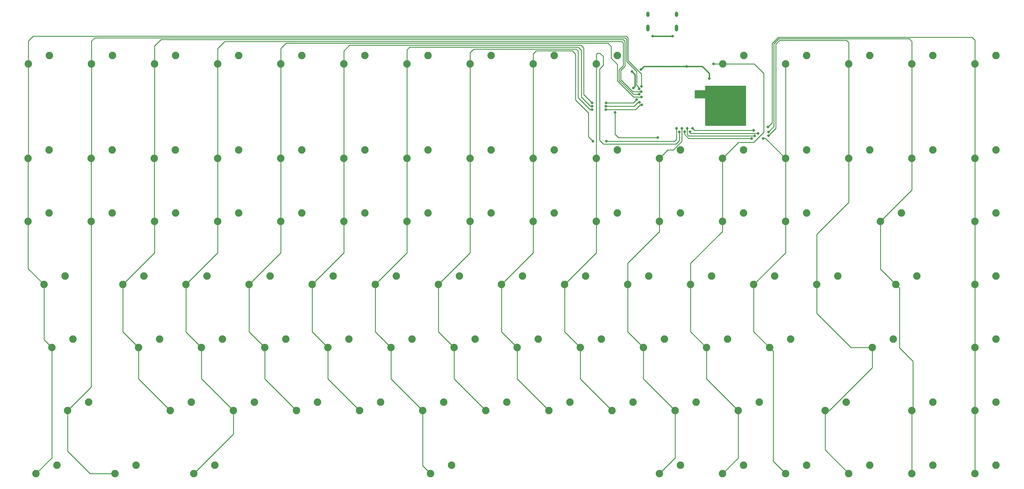
<source format=gtl>
G04 #@! TF.GenerationSoftware,KiCad,Pcbnew,(5.1.9-0-10_14)*
G04 #@! TF.CreationDate,2021-04-15T17:38:18+09:00*
G04 #@! TF.ProjectId,JupiterAdvanced,4a757069-7465-4724-9164-76616e636564,1*
G04 #@! TF.SameCoordinates,Original*
G04 #@! TF.FileFunction,Copper,L1,Top*
G04 #@! TF.FilePolarity,Positive*
%FSLAX46Y46*%
G04 Gerber Fmt 4.6, Leading zero omitted, Abs format (unit mm)*
G04 Created by KiCad (PCBNEW (5.1.9-0-10_14)) date 2021-04-15 17:38:18*
%MOMM*%
%LPD*%
G01*
G04 APERTURE LIST*
G04 #@! TA.AperFunction,ComponentPad*
%ADD10C,2.250000*%
G04 #@! TD*
G04 #@! TA.AperFunction,ComponentPad*
%ADD11O,1.000000X2.100000*%
G04 #@! TD*
G04 #@! TA.AperFunction,ComponentPad*
%ADD12O,1.000000X1.600000*%
G04 #@! TD*
G04 #@! TA.AperFunction,ViaPad*
%ADD13C,0.800000*%
G04 #@! TD*
G04 #@! TA.AperFunction,Conductor*
%ADD14C,0.254000*%
G04 #@! TD*
G04 #@! TA.AperFunction,Conductor*
%ADD15C,0.381000*%
G04 #@! TD*
G04 #@! TA.AperFunction,Conductor*
%ADD16C,0.150000*%
G04 #@! TD*
G04 APERTURE END LIST*
D10*
X339429320Y-162369620D03*
X333079320Y-164909620D03*
X363356120Y-95718820D03*
X357006120Y-98258820D03*
D11*
X258280240Y-87475980D03*
X266920240Y-87475980D03*
D12*
X258280240Y-83295980D03*
X266920240Y-83295980D03*
D10*
X77542620Y-143306920D03*
X71192620Y-145846920D03*
X82305120Y-162369620D03*
X75955120Y-164909620D03*
X199005647Y-219529227D03*
X192655647Y-222069227D03*
X318106020Y-200469620D03*
X311756020Y-203009620D03*
X306231520Y-219519620D03*
X299881520Y-222059620D03*
X315629520Y-162369620D03*
X309279520Y-164909620D03*
X268060380Y-219519620D03*
X261710380Y-222059620D03*
X301354720Y-181419620D03*
X295004720Y-183959620D03*
X291880520Y-200469620D03*
X285530520Y-203009620D03*
X325281520Y-124269620D03*
X318931520Y-126809620D03*
X306180720Y-143319620D03*
X299830720Y-145859620D03*
X363381520Y-162369620D03*
X357031520Y-164909620D03*
X363381520Y-181419620D03*
X357031520Y-183959620D03*
X344280720Y-124269620D03*
X337930720Y-126809620D03*
X120430520Y-200469620D03*
X114080520Y-203009620D03*
X201380320Y-162369620D03*
X195030320Y-164909620D03*
X139480520Y-200469620D03*
X133130520Y-203009620D03*
X125180320Y-162369620D03*
X118830320Y-164909620D03*
X177580520Y-200469620D03*
X171230520Y-203009620D03*
X220430320Y-162369620D03*
X214080320Y-164909620D03*
X182330320Y-162369620D03*
X175980320Y-164909620D03*
X344306120Y-95718820D03*
X337956120Y-98258820D03*
X325256120Y-95718820D03*
X318906120Y-98258820D03*
X306206120Y-95718820D03*
X299856120Y-98258820D03*
X287215320Y-95718820D03*
X280865320Y-98258820D03*
X249056120Y-95718820D03*
X242706120Y-98258820D03*
X230006120Y-95718820D03*
X223656120Y-98258820D03*
X210956120Y-95718820D03*
X204606120Y-98258820D03*
X191906120Y-95718820D03*
X185556120Y-98258820D03*
X172856120Y-95718820D03*
X166506120Y-98258820D03*
X153806120Y-95718820D03*
X147456120Y-98258820D03*
X134756120Y-95718820D03*
X128406120Y-98258820D03*
X115706120Y-95718820D03*
X109356120Y-98258820D03*
X96656120Y-95718820D03*
X90306120Y-98258820D03*
X77606120Y-95718820D03*
X71256120Y-98258820D03*
X129853920Y-181419620D03*
X123503920Y-183959620D03*
X163280320Y-162369620D03*
X156930320Y-164909620D03*
X106130320Y-162369620D03*
X99780320Y-164909620D03*
X277529520Y-162369620D03*
X271179520Y-164909620D03*
X258530320Y-162369620D03*
X252180320Y-164909620D03*
X215680520Y-200469620D03*
X209330520Y-203009620D03*
X234730520Y-200469620D03*
X228380520Y-203009620D03*
X263254720Y-181419620D03*
X256904720Y-183959620D03*
X244204720Y-181419620D03*
X237854720Y-183959620D03*
X225154720Y-181419620D03*
X218804720Y-183959620D03*
X239480320Y-162369620D03*
X233130320Y-164909620D03*
X206104720Y-181419620D03*
X199754720Y-183959620D03*
X187054720Y-181419620D03*
X180704720Y-183959620D03*
X287130720Y-124269620D03*
X280780720Y-126809620D03*
X168004720Y-181419620D03*
X161654720Y-183959620D03*
X144230320Y-162369620D03*
X137880320Y-164909620D03*
X148954720Y-181419620D03*
X142604720Y-183959620D03*
X158530520Y-200469620D03*
X152180520Y-203009620D03*
X196630520Y-200469620D03*
X190280520Y-203009620D03*
X110854720Y-181419620D03*
X104504720Y-183959620D03*
X249030720Y-143319620D03*
X242680720Y-145859620D03*
X229980720Y-143319620D03*
X223630720Y-145859620D03*
X210930720Y-143319620D03*
X204580720Y-145859620D03*
X191880720Y-143319620D03*
X185530720Y-145859620D03*
X172830720Y-143319620D03*
X166480720Y-145859620D03*
X153780720Y-143319620D03*
X147430720Y-145859620D03*
X134730720Y-143319620D03*
X128380720Y-145859620D03*
X115680720Y-143319620D03*
X109330720Y-145859620D03*
X96579920Y-143319620D03*
X90229920Y-145859620D03*
X268080720Y-143319620D03*
X261730720Y-145859620D03*
X253780520Y-200469620D03*
X247430520Y-203009620D03*
X89442520Y-200469620D03*
X83092520Y-203009620D03*
X103749524Y-219519620D03*
X97399524Y-222059620D03*
X79917520Y-219519620D03*
X73567520Y-222059620D03*
X296579520Y-162369620D03*
X290229520Y-164909620D03*
X127557128Y-219529227D03*
X121207128Y-222069227D03*
X287130720Y-143319620D03*
X280780720Y-145859620D03*
X363381520Y-143319620D03*
X357031520Y-145859620D03*
X266480520Y-203009620D03*
X272830520Y-200469620D03*
X287181520Y-219519620D03*
X280831520Y-222059620D03*
X306180720Y-124269620D03*
X299830720Y-126809620D03*
X268080720Y-124269620D03*
X261730720Y-126809620D03*
X249030720Y-124269620D03*
X242680720Y-126809620D03*
X229980720Y-124269620D03*
X223630720Y-126809620D03*
X210930720Y-124269620D03*
X204580720Y-126809620D03*
X191880720Y-124269620D03*
X185530720Y-126809620D03*
X172830720Y-124269620D03*
X166480720Y-126809620D03*
X153780720Y-124269620D03*
X147430720Y-126809620D03*
X134730720Y-124269620D03*
X128380720Y-126809620D03*
X115629920Y-124269620D03*
X109279920Y-126809620D03*
X96579920Y-124269620D03*
X90229920Y-126809620D03*
X77529920Y-124269620D03*
X71179920Y-126809620D03*
X332342720Y-181419620D03*
X325992720Y-183959620D03*
X363381520Y-200469620D03*
X357031520Y-203009620D03*
X363381520Y-124269620D03*
X357031520Y-126809620D03*
X84680020Y-181419620D03*
X78330020Y-183959620D03*
X282304720Y-181419620D03*
X275954720Y-183959620D03*
X334781120Y-143319620D03*
X328431120Y-145859620D03*
X344331520Y-200469620D03*
X337981520Y-203009620D03*
X363381520Y-219519620D03*
X357031520Y-222059620D03*
X325281520Y-219519620D03*
X318931520Y-222059620D03*
X344331520Y-219519620D03*
X337981520Y-222059620D03*
D13*
X270949420Y-118770020D03*
X291561520Y-119298720D03*
X294647620Y-118841520D03*
X270145320Y-117758020D03*
X290520120Y-120032220D03*
X294711120Y-119946420D03*
X271745320Y-117762210D03*
X290202620Y-118333520D03*
X294469820Y-117317520D03*
X287446720Y-111513620D03*
X287459420Y-113786920D03*
X278785320Y-113748820D03*
X253461520Y-100578920D03*
X253906020Y-105544620D03*
X256166620Y-99956620D03*
X276829520Y-102661720D03*
X269971520Y-99029520D03*
X278099520Y-98254820D03*
X256311120Y-105031820D03*
X261246620Y-120556020D03*
X248356120Y-112936020D03*
X255615420Y-107431820D03*
X255650820Y-105831820D03*
X256260520Y-106631820D03*
X256288420Y-108231820D03*
X254873420Y-109031820D03*
X245631720Y-110065820D03*
X241460020Y-110078520D03*
X255760920Y-109831820D03*
X245576250Y-111064282D03*
X241460020Y-111078523D03*
X256432420Y-110631820D03*
X245593922Y-112064128D03*
X241434473Y-112078199D03*
X266945320Y-117758420D03*
X245784120Y-121610120D03*
X241663220Y-121610120D03*
X267745320Y-118817120D03*
X268545320Y-117720120D03*
X265717020Y-89910920D03*
X259729460Y-89917760D03*
X269345320Y-118778820D03*
X289580320Y-120759220D03*
X293072820Y-120759220D03*
D14*
X337956120Y-126784220D02*
X337930720Y-126809620D01*
X337956120Y-98258820D02*
X337956120Y-126784220D01*
X337930720Y-136360020D02*
X328431120Y-145859620D01*
X337930720Y-126809620D02*
X337930720Y-136360020D01*
X328431120Y-160261420D02*
X333079320Y-164909620D01*
X328431120Y-145859620D02*
X328431120Y-160261420D01*
X334204319Y-184042257D02*
X338245320Y-188083258D01*
X334204319Y-166034619D02*
X334204319Y-184042257D01*
X333079320Y-164909620D02*
X334204319Y-166034619D01*
X338245320Y-202745820D02*
X337981520Y-203009620D01*
X338245320Y-188083258D02*
X338245320Y-202745820D01*
X337981520Y-203009620D02*
X337981520Y-222059620D01*
X337956120Y-91461820D02*
X337956120Y-98258820D01*
X297850463Y-90676110D02*
X337170410Y-90676110D01*
X296311320Y-92215253D02*
X297850463Y-90676110D01*
X296311320Y-117177820D02*
X296311320Y-92215253D01*
X337170410Y-90676110D02*
X337956120Y-91461820D01*
X294647620Y-118841520D02*
X296311320Y-117177820D01*
X271254220Y-119298720D02*
X291561520Y-119298720D01*
X270949420Y-118993920D02*
X271254220Y-119298720D01*
X270949420Y-118770020D02*
X270949420Y-118993920D01*
X318906120Y-126784220D02*
X318931520Y-126809620D01*
X318906120Y-98258820D02*
X318906120Y-126784220D01*
X309279520Y-149730488D02*
X309279520Y-164909620D01*
X318931520Y-140078488D02*
X309279520Y-149730488D01*
X318931520Y-126809620D02*
X318931520Y-140078488D01*
X319601988Y-183959620D02*
X325992720Y-183959620D01*
X309279520Y-173637152D02*
X319601988Y-183959620D01*
X309279520Y-164909620D02*
X309279520Y-173637152D01*
X313076404Y-203009620D02*
X311756020Y-203009620D01*
X325992720Y-190093304D02*
X313076404Y-203009620D01*
X325992720Y-183959620D02*
X325992720Y-190093304D01*
X311756020Y-214884120D02*
X318931520Y-222059620D01*
X311756020Y-203009620D02*
X311756020Y-214884120D01*
X294711120Y-119946420D02*
X296882820Y-117774720D01*
X296882820Y-117774720D02*
X296882820Y-92285820D01*
X296882820Y-92285820D02*
X298038520Y-91130120D01*
X298038520Y-91130120D02*
X318218820Y-91130120D01*
X318906120Y-91817420D02*
X318906120Y-98258820D01*
X318218820Y-91130120D02*
X318906120Y-91817420D01*
X270514520Y-120032220D02*
X290520120Y-120032220D01*
X270145320Y-119663020D02*
X270514520Y-120032220D01*
X270145320Y-117758020D02*
X270145320Y-119663020D01*
X357006120Y-126784220D02*
X357031520Y-126809620D01*
X357006120Y-98258820D02*
X357006120Y-126784220D01*
X357031520Y-126809620D02*
X357031520Y-145859620D01*
X357031520Y-145859620D02*
X357031520Y-164909620D01*
X357031520Y-164909620D02*
X357031520Y-183959620D01*
X357031520Y-183959620D02*
X357031520Y-203009620D01*
X357031520Y-203009620D02*
X357031520Y-222059620D01*
X271745320Y-117762210D02*
X272316630Y-118333520D01*
X272316630Y-118333520D02*
X290202620Y-118333520D01*
X357006120Y-91080820D02*
X357006120Y-98258820D01*
X356147400Y-90222100D02*
X357006120Y-91080820D01*
X297662406Y-90222100D02*
X356147400Y-90222100D01*
X295765220Y-92119286D02*
X297662406Y-90222100D01*
X295765220Y-116022120D02*
X295765220Y-92119286D01*
X294469820Y-117317520D02*
X295765220Y-116022120D01*
D15*
X253461520Y-100578920D02*
X254388620Y-101506020D01*
X254388620Y-101506020D02*
X254388620Y-105062020D01*
X254388620Y-105062020D02*
X253906020Y-105544620D01*
X253906020Y-105544620D02*
X253906020Y-105544620D01*
X256166620Y-99956620D02*
X257106420Y-99016820D01*
X257106420Y-99016820D02*
X268206220Y-99016820D01*
X276829520Y-101125020D02*
X276829520Y-102661720D01*
X274721320Y-99016820D02*
X276829520Y-101125020D01*
X268206220Y-99016820D02*
X274721320Y-99016820D01*
D14*
X280865320Y-126725020D02*
X280780720Y-126809620D01*
X280780720Y-126809620D02*
X280780720Y-145859620D01*
X271179520Y-158509782D02*
X271179520Y-164909620D01*
X280780720Y-148908582D02*
X271179520Y-158509782D01*
X280780720Y-145859620D02*
X280780720Y-148908582D01*
X271179520Y-179184420D02*
X275954720Y-183959620D01*
X271179520Y-164909620D02*
X271179520Y-179184420D01*
X275954720Y-193433820D02*
X285530520Y-203009620D01*
X275954720Y-183959620D02*
X275954720Y-193433820D01*
X285530520Y-217360620D02*
X280831520Y-222059620D01*
X285530520Y-203009620D02*
X285530520Y-217360620D01*
X290189920Y-121978420D02*
X285611920Y-121978420D01*
X285611920Y-121978420D02*
X280780720Y-126809620D01*
X293237920Y-118930420D02*
X290189920Y-121978420D01*
X293237920Y-101137720D02*
X293237920Y-118930420D01*
X290359020Y-98258820D02*
X293237920Y-101137720D01*
X280865320Y-98258820D02*
X290359020Y-98258820D01*
X280861320Y-98254820D02*
X280865320Y-98258820D01*
X278099520Y-98254820D02*
X280861320Y-98254820D01*
X71256120Y-126733420D02*
X71179920Y-126809620D01*
X71256120Y-98258820D02*
X71256120Y-126733420D01*
X71179920Y-126809620D02*
X71179920Y-126666420D01*
X71192620Y-126679120D02*
X71192620Y-145846920D01*
X71179920Y-126666420D02*
X71192620Y-126679120D01*
X71192620Y-160147120D02*
X75955120Y-164909620D01*
X71192620Y-145846920D02*
X71192620Y-160147120D01*
X75955120Y-181584720D02*
X78330020Y-183959620D01*
X75955120Y-164909620D02*
X75955120Y-181584720D01*
X78330020Y-217297120D02*
X73567520Y-222059620D01*
X78330020Y-183959620D02*
X78330020Y-217297120D01*
X71256120Y-91344520D02*
X71256120Y-98258820D01*
X72715120Y-89885520D02*
X71256120Y-91344520D01*
X252267720Y-97289620D02*
X252267720Y-90393520D01*
X251759720Y-89885520D02*
X72715120Y-89885520D01*
X252267720Y-90393520D02*
X251759720Y-89885520D01*
X256311120Y-101333020D02*
X252267720Y-97289620D01*
X256311120Y-105031820D02*
X256311120Y-101333020D01*
X261246620Y-120556020D02*
X249384820Y-120556020D01*
X248356120Y-119527320D02*
X248356120Y-112936020D01*
X249384820Y-120556020D02*
X248356120Y-119527320D01*
X128406120Y-126784220D02*
X128380720Y-126809620D01*
X128406120Y-98258820D02*
X128406120Y-126784220D01*
X128380720Y-126809620D02*
X128380720Y-145859620D01*
X128380720Y-155359220D02*
X118830320Y-164909620D01*
X128380720Y-145859620D02*
X128380720Y-155359220D01*
X118830320Y-179286020D02*
X123503920Y-183959620D01*
X118830320Y-164909620D02*
X118830320Y-179286020D01*
X123503920Y-193383020D02*
X133130520Y-203009620D01*
X123503920Y-183959620D02*
X123503920Y-193383020D01*
X133130520Y-210145835D02*
X121207128Y-222069227D01*
X133130520Y-203009620D02*
X133130520Y-210145835D01*
X130500120Y-91485720D02*
X128406120Y-93579720D01*
X250858020Y-91981020D02*
X250375420Y-91498420D01*
X250858020Y-98743053D02*
X250858020Y-91981020D01*
X128406120Y-93579720D02*
X128406120Y-98258820D01*
X167533320Y-91485720D02*
X130500120Y-91485720D01*
X249591210Y-100009863D02*
X250858020Y-98743053D01*
X167546020Y-91498420D02*
X167533320Y-91485720D01*
X250375420Y-91498420D02*
X167546020Y-91498420D01*
X249591210Y-103192677D02*
X249591210Y-100009863D01*
X253830353Y-107431820D02*
X249591210Y-103192677D01*
X255615420Y-107431820D02*
X253830353Y-107431820D01*
X90306120Y-126733420D02*
X90229920Y-126809620D01*
X90306120Y-98258820D02*
X90306120Y-126733420D01*
X90229920Y-126809620D02*
X90229920Y-145859620D01*
X90229920Y-195872220D02*
X83092520Y-203009620D01*
X90229920Y-145859620D02*
X90229920Y-195872220D01*
X83092520Y-203009620D02*
X83092520Y-215279020D01*
X89873120Y-222059620D02*
X97399524Y-222059620D01*
X83092520Y-215279020D02*
X89873120Y-222059620D01*
X90306120Y-91344520D02*
X90306120Y-98258820D01*
X91282520Y-90368120D02*
X90306120Y-91344520D01*
X251813710Y-90765010D02*
X251416820Y-90368120D01*
X251813710Y-97477677D02*
X251813710Y-90765010D01*
X254906130Y-100570096D02*
X251813710Y-97477677D01*
X254906130Y-104702792D02*
X254906130Y-100570096D01*
X255650820Y-105447482D02*
X254906130Y-104702792D01*
X251416820Y-90368120D02*
X91282520Y-90368120D01*
X255650820Y-105831820D02*
X255650820Y-105447482D01*
X109356120Y-126733420D02*
X109279920Y-126809620D01*
X109356120Y-98258820D02*
X109356120Y-126733420D01*
X109279920Y-145808820D02*
X109330720Y-145859620D01*
X109279920Y-126809620D02*
X109279920Y-145808820D01*
X109330720Y-155359220D02*
X99780320Y-164909620D01*
X109330720Y-145859620D02*
X109330720Y-155359220D01*
X99780320Y-179235220D02*
X104504720Y-183959620D01*
X99780320Y-164909620D02*
X99780320Y-179235220D01*
X104504720Y-193433820D02*
X114080520Y-203009620D01*
X104504720Y-183959620D02*
X104504720Y-193433820D01*
X256260520Y-106631820D02*
X253672420Y-106631820D01*
X253672420Y-106631820D02*
X250045220Y-103004620D01*
X250045220Y-103004620D02*
X250045220Y-100197920D01*
X250045220Y-100197920D02*
X251327920Y-98915220D01*
X109356120Y-92868520D02*
X109356120Y-98258820D01*
X251327920Y-98915220D02*
X251327920Y-91396820D01*
X250858020Y-90926920D02*
X111297720Y-90926920D01*
X251327920Y-91396820D02*
X250858020Y-90926920D01*
X111297720Y-90926920D02*
X109356120Y-92868520D01*
X147456120Y-126784220D02*
X147430720Y-126809620D01*
X147456120Y-98258820D02*
X147456120Y-126784220D01*
X147430720Y-126809620D02*
X147430720Y-145859620D01*
X147430720Y-155359220D02*
X137880320Y-164909620D01*
X147430720Y-145859620D02*
X147430720Y-155359220D01*
X137880320Y-179235220D02*
X142604720Y-183959620D01*
X137880320Y-164909620D02*
X137880320Y-179235220D01*
X142604720Y-193433820D02*
X152180520Y-203009620D01*
X142604720Y-183959620D02*
X142604720Y-193433820D01*
X147456120Y-93605120D02*
X147456120Y-98258820D01*
X149016720Y-92044520D02*
X147456120Y-93605120D01*
X246235220Y-92044520D02*
X149016720Y-92044520D01*
X247175020Y-92984320D02*
X246235220Y-92044520D01*
X247175020Y-96514920D02*
X247175020Y-92984320D01*
X249080020Y-98419920D02*
X247175020Y-96514920D01*
X249080020Y-103323553D02*
X249080020Y-98419920D01*
X253988287Y-108231820D02*
X249080020Y-103323553D01*
X256288420Y-108231820D02*
X253988287Y-108231820D01*
X166506120Y-126784220D02*
X166480720Y-126809620D01*
X166506120Y-98258820D02*
X166506120Y-126784220D01*
X166480720Y-126809620D02*
X166480720Y-145859620D01*
X166480720Y-155359220D02*
X156930320Y-164909620D01*
X166480720Y-145859620D02*
X166480720Y-155359220D01*
X156930320Y-179235220D02*
X161654720Y-183959620D01*
X156930320Y-164909620D02*
X156930320Y-179235220D01*
X161654720Y-193433820D02*
X171230520Y-203009620D01*
X161654720Y-183959620D02*
X161654720Y-193433820D01*
X253194820Y-110053120D02*
X253182120Y-110065820D01*
X241460020Y-110078520D02*
X238920020Y-107538520D01*
X238920020Y-107538520D02*
X238920020Y-93479620D01*
X238920020Y-93479620D02*
X238069120Y-92628720D01*
X238069120Y-92628720D02*
X168219120Y-92628720D01*
X166506120Y-94341720D02*
X166506120Y-98258820D01*
X168219120Y-92628720D02*
X166506120Y-94341720D01*
X245644420Y-110053120D02*
X245631720Y-110065820D01*
X253194820Y-110053120D02*
X245644420Y-110053120D01*
X253852120Y-110053120D02*
X253194820Y-110053120D01*
X254873420Y-109031820D02*
X253852120Y-110053120D01*
X185556120Y-126784220D02*
X185530720Y-126809620D01*
X185556120Y-98258820D02*
X185556120Y-126784220D01*
X185530720Y-126809620D02*
X185530720Y-145859620D01*
X185530720Y-155359220D02*
X175980320Y-164909620D01*
X185530720Y-145859620D02*
X185530720Y-155359220D01*
X175980320Y-179235220D02*
X180704720Y-183959620D01*
X175980320Y-164909620D02*
X175980320Y-179235220D01*
X180704720Y-193433820D02*
X190280520Y-203009620D01*
X180704720Y-183959620D02*
X180704720Y-193433820D01*
X190280520Y-219694100D02*
X192655647Y-222069227D01*
X190280520Y-203009620D02*
X190280520Y-219694100D01*
X240894335Y-111078523D02*
X238196120Y-108380308D01*
X241460020Y-111078523D02*
X240894335Y-111078523D01*
X238196120Y-108380308D02*
X238196120Y-94216220D01*
X238196120Y-94216220D02*
X237205520Y-93225620D01*
X237205520Y-93225620D02*
X186342020Y-93225620D01*
X185556120Y-94011520D02*
X185556120Y-98258820D01*
X186342020Y-93225620D02*
X185556120Y-94011520D01*
X254083024Y-111064282D02*
X245576250Y-111064282D01*
X255315486Y-109831820D02*
X254083024Y-111064282D01*
X255760920Y-109831820D02*
X255315486Y-109831820D01*
X204606120Y-126784220D02*
X204580720Y-126809620D01*
X204606120Y-98258820D02*
X204606120Y-126784220D01*
X204580720Y-126809620D02*
X204580720Y-145859620D01*
X204580720Y-155359220D02*
X195030320Y-164909620D01*
X204580720Y-145859620D02*
X204580720Y-155359220D01*
X195030320Y-179235220D02*
X199754720Y-183959620D01*
X195030320Y-164909620D02*
X195030320Y-179235220D01*
X199754720Y-193433820D02*
X209330520Y-203009620D01*
X199754720Y-183959620D02*
X199754720Y-193433820D01*
X240868788Y-112078199D02*
X237218220Y-108427631D01*
X241434473Y-112078199D02*
X240868788Y-112078199D01*
X237218220Y-108427631D02*
X237218220Y-94355920D01*
X237218220Y-94355920D02*
X236672120Y-93809820D01*
X236672120Y-93809820D02*
X205684120Y-93809820D01*
X204606120Y-94887820D02*
X204606120Y-98258820D01*
X205684120Y-93809820D02*
X204606120Y-94887820D01*
X254523912Y-112064128D02*
X245593922Y-112064128D01*
X255976120Y-110611920D02*
X254523912Y-112064128D01*
X256412520Y-110611920D02*
X256432420Y-110631820D01*
X255976120Y-110611920D02*
X256412520Y-110611920D01*
X223656120Y-126784220D02*
X223630720Y-126809620D01*
X223656120Y-98258820D02*
X223656120Y-126784220D01*
X223630720Y-126809620D02*
X223630720Y-145859620D01*
X223630720Y-155359220D02*
X214080320Y-164909620D01*
X223630720Y-145859620D02*
X223630720Y-155359220D01*
X214080320Y-179235220D02*
X218804720Y-183959620D01*
X214080320Y-164909620D02*
X214080320Y-179235220D01*
X218804720Y-193433820D02*
X228380520Y-203009620D01*
X218804720Y-183959620D02*
X218804720Y-193433820D01*
X266945320Y-117758420D02*
X266945320Y-121016820D01*
X266945320Y-121016820D02*
X266352020Y-121610120D01*
X241663220Y-121610120D02*
X240342420Y-120289320D01*
X240342420Y-120289320D02*
X240342420Y-113101120D01*
X240342420Y-113101120D02*
X236443520Y-109202220D01*
X236443520Y-109202220D02*
X236443520Y-95295720D01*
X235414619Y-94266819D02*
X224607321Y-94266819D01*
X236443520Y-95295720D02*
X235414619Y-94266819D01*
X223656120Y-95218020D02*
X223656120Y-98258820D01*
X224607321Y-94266819D02*
X223656120Y-95218020D01*
X257436620Y-121610120D02*
X245784120Y-121610120D01*
X266352020Y-121610120D02*
X257436620Y-121610120D01*
X242706120Y-126784220D02*
X242680720Y-126809620D01*
X242706120Y-98258820D02*
X242706120Y-126784220D01*
X242680720Y-126809620D02*
X242680720Y-145859620D01*
X242680720Y-155359220D02*
X233130320Y-164909620D01*
X242680720Y-145859620D02*
X242680720Y-155359220D01*
X233130320Y-179235220D02*
X237854720Y-183959620D01*
X233130320Y-164909620D02*
X233130320Y-179235220D01*
X237854720Y-193433820D02*
X247430520Y-203009620D01*
X237854720Y-183959620D02*
X237854720Y-193433820D01*
X243060220Y-95016320D02*
X242706120Y-95370420D01*
X244825520Y-96006920D02*
X243834920Y-95016320D01*
X244825520Y-98712020D02*
X244825520Y-96006920D01*
X243720620Y-99816920D02*
X244825520Y-98712020D01*
X243720620Y-121394220D02*
X243720620Y-99816920D01*
X244838220Y-122511820D02*
X243720620Y-121394220D01*
X242706120Y-95370420D02*
X242706120Y-98258820D01*
X266745720Y-122511820D02*
X244838220Y-122511820D01*
X243834920Y-95016320D02*
X243060220Y-95016320D01*
X267745320Y-121512220D02*
X266745720Y-122511820D01*
X267745320Y-118817120D02*
X267745320Y-121512220D01*
X261730720Y-126809620D02*
X261730720Y-145859620D01*
X252180320Y-158458982D02*
X252180320Y-164909620D01*
X261730720Y-148908582D02*
X252180320Y-158458982D01*
X261730720Y-145859620D02*
X261730720Y-148908582D01*
X252180320Y-179235220D02*
X256904720Y-183959620D01*
X252180320Y-164909620D02*
X252180320Y-179235220D01*
X256904720Y-193433820D02*
X266480520Y-203009620D01*
X256904720Y-183959620D02*
X256904720Y-193433820D01*
X266480520Y-217289480D02*
X261710380Y-222059620D01*
X266480520Y-203009620D02*
X266480520Y-217289480D01*
X268545320Y-121656058D02*
X265962358Y-124239020D01*
X268545320Y-117720120D02*
X268545320Y-121656058D01*
X264301320Y-124239020D02*
X261730720Y-126809620D01*
X265962358Y-124239020D02*
X264301320Y-124239020D01*
D15*
X259736300Y-89910920D02*
X259729460Y-89917760D01*
X265717020Y-89910920D02*
X259736300Y-89910920D01*
D14*
X299856120Y-126784220D02*
X299830720Y-126809620D01*
X299856120Y-98258820D02*
X299856120Y-126784220D01*
X299830720Y-126809620D02*
X299830720Y-145859620D01*
X299830720Y-155308420D02*
X290229520Y-164909620D01*
X299830720Y-145859620D02*
X299830720Y-155308420D01*
X290229520Y-179184420D02*
X295004720Y-183959620D01*
X290229520Y-164909620D02*
X290229520Y-179184420D01*
X296129719Y-218307819D02*
X299881520Y-222059620D01*
X296129719Y-185084619D02*
X296129719Y-218307819D01*
X295004720Y-183959620D02*
X296129719Y-185084619D01*
X293780320Y-120759220D02*
X299830720Y-126809620D01*
X293072820Y-120759220D02*
X293780320Y-120759220D01*
X270543020Y-120759220D02*
X289580320Y-120759220D01*
X269345320Y-119561520D02*
X270543020Y-120759220D01*
X269345320Y-118778820D02*
X269345320Y-119561520D01*
X287764220Y-116847620D02*
X275635720Y-116847620D01*
X275635720Y-108618020D01*
X275633280Y-108593244D01*
X275626053Y-108569419D01*
X275614317Y-108547463D01*
X275598523Y-108528217D01*
X275579277Y-108512423D01*
X275557321Y-108500687D01*
X275533496Y-108493460D01*
X275508202Y-108491021D01*
X272524220Y-108503201D01*
X272524220Y-106344720D01*
X275433292Y-106344720D01*
X275438163Y-106348717D01*
X275460119Y-106360453D01*
X275483944Y-106367680D01*
X275508720Y-106370120D01*
X275533496Y-106367680D01*
X275557321Y-106360453D01*
X275579277Y-106348717D01*
X275598523Y-106332923D01*
X275614317Y-106313677D01*
X275626053Y-106291721D01*
X275633280Y-106267896D01*
X275635720Y-106243120D01*
X275635720Y-104935020D01*
X287764220Y-104935020D01*
X287764220Y-116847620D01*
G04 #@! TA.AperFunction,Conductor*
D16*
G36*
X287764220Y-116847620D02*
G01*
X275635720Y-116847620D01*
X275635720Y-108618020D01*
X275633280Y-108593244D01*
X275626053Y-108569419D01*
X275614317Y-108547463D01*
X275598523Y-108528217D01*
X275579277Y-108512423D01*
X275557321Y-108500687D01*
X275533496Y-108493460D01*
X275508202Y-108491021D01*
X272524220Y-108503201D01*
X272524220Y-106344720D01*
X275433292Y-106344720D01*
X275438163Y-106348717D01*
X275460119Y-106360453D01*
X275483944Y-106367680D01*
X275508720Y-106370120D01*
X275533496Y-106367680D01*
X275557321Y-106360453D01*
X275579277Y-106348717D01*
X275598523Y-106332923D01*
X275614317Y-106313677D01*
X275626053Y-106291721D01*
X275633280Y-106267896D01*
X275635720Y-106243120D01*
X275635720Y-104935020D01*
X287764220Y-104935020D01*
X287764220Y-116847620D01*
G37*
G04 #@! TD.AperFunction*
M02*

</source>
